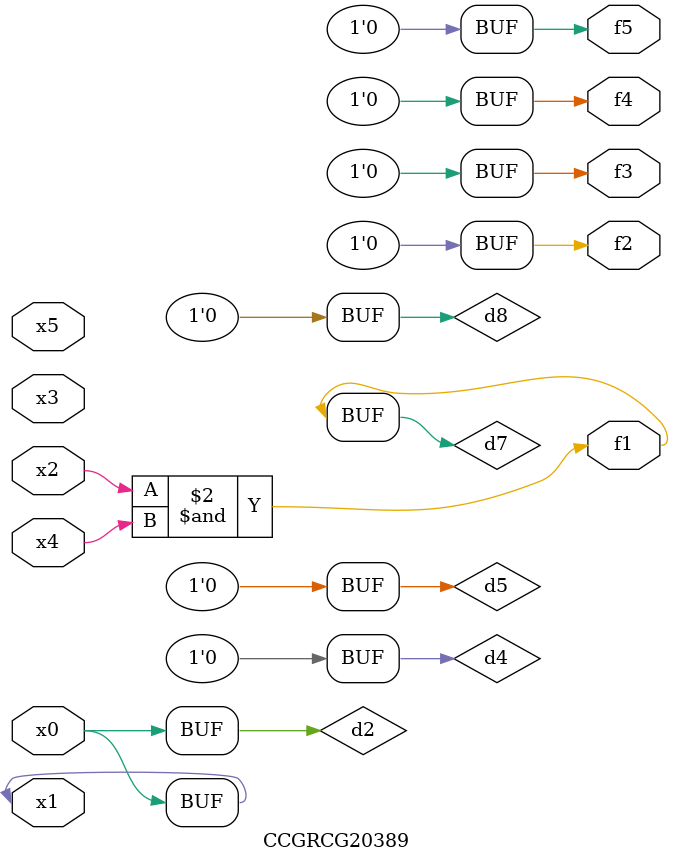
<source format=v>
module CCGRCG20389(
	input x0, x1, x2, x3, x4, x5,
	output f1, f2, f3, f4, f5
);

	wire d1, d2, d3, d4, d5, d6, d7, d8, d9;

	nand (d1, x1);
	buf (d2, x0, x1);
	nand (d3, x2, x4);
	and (d4, d1, d2);
	and (d5, d1, d2);
	nand (d6, d1, d3);
	not (d7, d3);
	xor (d8, d5);
	nor (d9, d5, d6);
	assign f1 = d7;
	assign f2 = d8;
	assign f3 = d8;
	assign f4 = d8;
	assign f5 = d8;
endmodule

</source>
